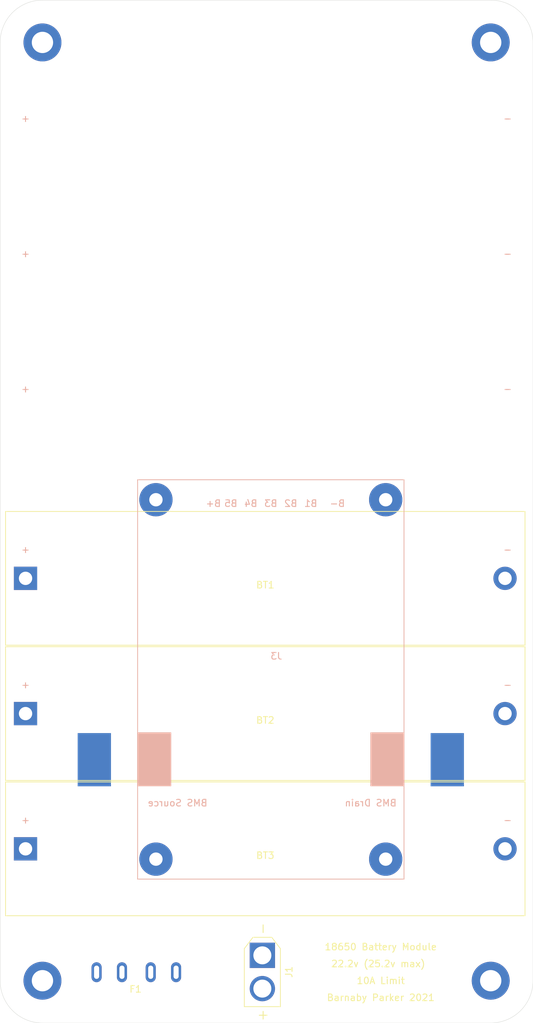
<source format=kicad_pcb>
(kicad_pcb (version 20171130) (host pcbnew 5.1.10)

  (general
    (thickness 1.6)
    (drawings 24)
    (tracks 0)
    (zones 0)
    (modules 10)
    (nets 9)
  )

  (page A4)
  (layers
    (0 F.Cu signal)
    (31 B.Cu signal)
    (32 B.Adhes user)
    (33 F.Adhes user)
    (34 B.Paste user)
    (35 F.Paste user)
    (36 B.SilkS user)
    (37 F.SilkS user)
    (38 B.Mask user)
    (39 F.Mask user)
    (40 Dwgs.User user)
    (41 Cmts.User user)
    (42 Eco1.User user)
    (43 Eco2.User user)
    (44 Edge.Cuts user)
    (45 Margin user)
    (46 B.CrtYd user)
    (47 F.CrtYd user)
    (48 B.Fab user)
    (49 F.Fab user)
  )

  (setup
    (last_trace_width 0.25)
    (user_trace_width 1)
    (user_trace_width 8)
    (trace_clearance 0.2)
    (zone_clearance 0.508)
    (zone_45_only yes)
    (trace_min 0.2)
    (via_size 0.8)
    (via_drill 0.4)
    (via_min_size 0.4)
    (via_min_drill 0.3)
    (uvia_size 0.3)
    (uvia_drill 0.1)
    (uvias_allowed no)
    (uvia_min_size 0.2)
    (uvia_min_drill 0.1)
    (edge_width 0.05)
    (segment_width 0.2)
    (pcb_text_width 0.3)
    (pcb_text_size 1.5 1.5)
    (mod_edge_width 0.12)
    (mod_text_size 1 1)
    (mod_text_width 0.15)
    (pad_size 1.524 1.524)
    (pad_drill 0.762)
    (pad_to_mask_clearance 0)
    (aux_axis_origin 0 0)
    (visible_elements FFFFFF7F)
    (pcbplotparams
      (layerselection 0x010fc_ffffffff)
      (usegerberextensions false)
      (usegerberattributes true)
      (usegerberadvancedattributes true)
      (creategerberjobfile true)
      (excludeedgelayer true)
      (linewidth 0.100000)
      (plotframeref false)
      (viasonmask false)
      (mode 1)
      (useauxorigin false)
      (hpglpennumber 1)
      (hpglpenspeed 20)
      (hpglpendiameter 15.000000)
      (psnegative false)
      (psa4output false)
      (plotreference true)
      (plotvalue true)
      (plotinvisibletext false)
      (padsonsilk false)
      (subtractmaskfromsilk false)
      (outputformat 1)
      (mirror false)
      (drillshape 0)
      (scaleselection 1)
      (outputdirectory "./"))
  )

  (net 0 "")
  (net 1 BAT_BAL1)
  (net 2 BAT-)
  (net 3 BAT_BAL2)
  (net 4 BAT_BAL4)
  (net 5 BAT_BAL5)
  (net 6 BAT+)
  (net 7 BMS_Source)
  (net 8 "Net-(F1-Pad2)")

  (net_class Default "This is the default net class."
    (clearance 0.2)
    (trace_width 0.25)
    (via_dia 0.8)
    (via_drill 0.4)
    (uvia_dia 0.3)
    (uvia_drill 0.1)
    (add_net BAT+)
    (add_net BAT-)
    (add_net BAT_BAL1)
    (add_net BAT_BAL2)
    (add_net BMS_Source)
    (add_net "Net-(F1-Pad2)")
  )

  (net_class Thicc ""
    (clearance 0.5)
    (trace_width 10)
    (via_dia 0.8)
    (via_drill 0.4)
    (uvia_dia 0.3)
    (uvia_drill 0.1)
  )

  (module BatteryPack:BMS_Board (layer B.Cu) (tedit 615DF054) (tstamp 615D02C4)
    (at 81.28 115.316)
    (path /615ECBBF)
    (fp_text reference J3 (at 0.828 -4.064) (layer B.SilkS)
      (effects (font (size 1 1) (thickness 0.15)) (justify mirror))
    )
    (fp_text value Conn_01x02_Male (at 0.32 -16.256) (layer B.Fab)
      (effects (font (size 1 1) (thickness 0.15)) (justify mirror))
    )
    (fp_poly (pts (xy -15 7.44) (xy -20 7.44) (xy -20 15.44) (xy -15 15.44)) (layer B.SilkS) (width 0.1))
    (fp_poly (pts (xy 20 7.44) (xy 15 7.44) (xy 15 15.44) (xy 20 15.44)) (layer B.SilkS) (width 0.1))
    (fp_line (start 20 29.44) (end -20 29.44) (layer B.SilkS) (width 0.12))
    (fp_line (start 20 -30.56) (end 20 29.44) (layer B.SilkS) (width 0.12))
    (fp_line (start -20 -30.56) (end 20 -30.56) (layer B.SilkS) (width 0.12))
    (fp_line (start -20 29.44) (end -20 -30.56) (layer B.SilkS) (width 0.12))
    (fp_text user B- (at 10 -27) (layer B.SilkS)
      (effects (font (size 1 1) (thickness 0.15)) (justify mirror))
    )
    (fp_text user B1 (at 6 -27) (layer B.SilkS)
      (effects (font (size 1 1) (thickness 0.15)) (justify mirror))
    )
    (fp_text user B2 (at 3 -27) (layer B.SilkS)
      (effects (font (size 1 1) (thickness 0.15)) (justify mirror))
    )
    (fp_text user B3 (at 0 -27) (layer B.SilkS)
      (effects (font (size 1 1) (thickness 0.15)) (justify mirror))
    )
    (fp_text user B4 (at -3 -27) (layer B.SilkS)
      (effects (font (size 1 1) (thickness 0.15)) (justify mirror))
    )
    (fp_text user B5 (at -6 -27) (layer B.SilkS)
      (effects (font (size 1 1) (thickness 0.15)) (justify mirror))
    )
    (fp_text user "B+ " (at -9 -27 unlocked) (layer B.SilkS)
      (effects (font (size 1 1) (thickness 0.15)) (justify mirror))
    )
    (fp_text user "BMS Drain" (at 15 18) (layer B.SilkS)
      (effects (font (size 1 1) (thickness 0.15)) (justify mirror))
    )
    (fp_text user "BMS Source" (at -14 18) (layer B.SilkS)
      (effects (font (size 1 1) (thickness 0.15)) (justify mirror))
    )
    (pad 2 smd rect (at 26.5 11.5) (size 5 8) (layers B.Cu B.Paste B.Mask)
      (net 2 BAT-))
    (pad 1 smd rect (at -26.5 11.5) (size 5 8) (layers B.Cu B.Paste B.Mask)
      (net 7 BMS_Source))
    (pad "" thru_hole circle (at -17.25 -27.56) (size 5 5) (drill 2) (layers *.Cu *.Mask))
    (pad "" thru_hole circle (at 17.25 -27.56) (size 5 5) (drill 2) (layers *.Cu *.Mask))
    (pad "" thru_hole circle (at 17.25 26.44) (size 5 5) (drill 2) (layers *.Cu *.Mask))
    (pad "" thru_hole circle (at -17.25 26.44) (size 5 5) (drill 2) (layers *.Cu *.Mask))
  )

  (module MountingHole:MountingHole_3.2mm_M3_ISO7380_Pad (layer F.Cu) (tedit 56D1B4CB) (tstamp 615DECBC)
    (at 114.3 19.05)
    (descr "Mounting Hole 3.2mm, M3, ISO7380")
    (tags "mounting hole 3.2mm m3 iso7380")
    (attr virtual)
    (fp_text reference REF** (at 0 -3.85) (layer F.SilkS) hide
      (effects (font (size 1 1) (thickness 0.15)))
    )
    (fp_text value mh2 (at 0 3.85) (layer F.Fab)
      (effects (font (size 1 1) (thickness 0.15)))
    )
    (fp_circle (center 0 0) (end 3.1 0) (layer F.CrtYd) (width 0.05))
    (fp_circle (center 0 0) (end 2.85 0) (layer Cmts.User) (width 0.15))
    (fp_text user %R (at 0.3 0) (layer F.Fab)
      (effects (font (size 1 1) (thickness 0.15)))
    )
    (pad 1 thru_hole circle (at 0 0) (size 5.7 5.7) (drill 3.2) (layers *.Cu *.Mask))
  )

  (module MountingHole:MountingHole_3.2mm_M3_ISO7380_Pad (layer F.Cu) (tedit 56D1B4CB) (tstamp 615DECB5)
    (at 46.99 19.05)
    (descr "Mounting Hole 3.2mm, M3, ISO7380")
    (tags "mounting hole 3.2mm m3 iso7380")
    (attr virtual)
    (fp_text reference REF** (at 0 -3.85) (layer F.SilkS) hide
      (effects (font (size 1 1) (thickness 0.15)))
    )
    (fp_text value mh1 (at 0 3.85) (layer F.Fab)
      (effects (font (size 1 1) (thickness 0.15)))
    )
    (fp_circle (center 0 0) (end 3.1 0) (layer F.CrtYd) (width 0.05))
    (fp_circle (center 0 0) (end 2.85 0) (layer Cmts.User) (width 0.15))
    (fp_text user %R (at 0.3 0) (layer F.Fab)
      (effects (font (size 1 1) (thickness 0.15)))
    )
    (pad 1 thru_hole circle (at 0 0) (size 5.7 5.7) (drill 3.2) (layers *.Cu *.Mask))
  )

  (module Connector_AMASS:AMASS_XT30U-M_1x02_P5.0mm_Vertical (layer F.Cu) (tedit 5C8E9CCA) (tstamp 615CF5E2)
    (at 80.01 156.21 270)
    (descr "Connector XT30 Vertical Cable Male, https://www.tme.eu/en/Document/3cbfa5cfa544d79584972dd5234a409e/XT30U%20SPEC.pdf")
    (tags "RC Connector XT30")
    (path /615DD5DB)
    (fp_text reference J1 (at 2.5 -4 90) (layer F.SilkS)
      (effects (font (size 1 1) (thickness 0.15)))
    )
    (fp_text value Conn_01x02_Male (at 2.5 4 90) (layer F.Fab)
      (effects (font (size 1 1) (thickness 0.15)))
    )
    (fp_line (start -3.1 1.8) (end -1.4 3.1) (layer F.CrtYd) (width 0.05))
    (fp_line (start -3.1 -1.8) (end -1.4 -3.1) (layer F.CrtYd) (width 0.05))
    (fp_line (start -1.4 3.1) (end 8.1 3.1) (layer F.CrtYd) (width 0.05))
    (fp_line (start -3.1 -1.8) (end -3.1 1.8) (layer F.CrtYd) (width 0.05))
    (fp_line (start 8.1 -3.1) (end 8.1 3.1) (layer F.CrtYd) (width 0.05))
    (fp_line (start -1.4 -3.1) (end 8.1 -3.1) (layer F.CrtYd) (width 0.05))
    (fp_line (start -2.71 -1.41) (end -2.71 1.41) (layer F.SilkS) (width 0.12))
    (fp_line (start -2.71 1.41) (end -1.01 2.71) (layer F.SilkS) (width 0.12))
    (fp_line (start -2.71 -1.41) (end -1.01 -2.71) (layer F.SilkS) (width 0.12))
    (fp_line (start -1.01 2.71) (end 7.71 2.71) (layer F.SilkS) (width 0.12))
    (fp_line (start 7.71 -2.71) (end 7.71 2.71) (layer F.SilkS) (width 0.12))
    (fp_line (start -1.01 -2.71) (end 7.71 -2.71) (layer F.SilkS) (width 0.12))
    (fp_line (start -2.6 1.3) (end -0.9 2.6) (layer F.Fab) (width 0.1))
    (fp_line (start -2.6 -1.3) (end -0.9 -2.6) (layer F.Fab) (width 0.1))
    (fp_line (start -0.9 2.6) (end 7.6 2.6) (layer F.Fab) (width 0.1))
    (fp_line (start -0.9 -2.6) (end 7.6 -2.6) (layer F.Fab) (width 0.1))
    (fp_line (start 7.6 -2.6) (end 7.6 2.6) (layer F.Fab) (width 0.1))
    (fp_line (start -2.6 -1.3) (end -2.6 1.3) (layer F.Fab) (width 0.1))
    (fp_text user - (at -4 0 90) (layer F.SilkS)
      (effects (font (size 1.5 1.5) (thickness 0.15)))
    )
    (fp_text user + (at 9 0 90) (layer F.SilkS)
      (effects (font (size 1.5 1.5) (thickness 0.15)))
    )
    (fp_text user %R (at 2.5 0 90) (layer F.Fab)
      (effects (font (size 1 1) (thickness 0.15)))
    )
    (pad 2 thru_hole circle (at 5 0 270) (size 3.8 3.8) (drill 2.7) (layers *.Cu *.Mask)
      (net 8 "Net-(F1-Pad2)"))
    (pad 1 thru_hole rect (at 0 0 270) (size 3.8 3.8) (drill 2.7) (layers *.Cu *.Mask)
      (net 7 BMS_Source))
    (model ${KISYS3DMOD}/Connector_AMASS.3dshapes/AMASS_XT30U-M_1x02_P5.0mm_Vertical.wrl
      (at (xyz 0 0 0))
      (scale (xyz 1 1 1))
      (rotate (xyz 0 0 0))
    )
  )

  (module "BatteryPack:Spade Fuse Holder" (layer F.Cu) (tedit 615C9A85) (tstamp 615CF5C7)
    (at 60.96 158.75)
    (path /615CF897)
    (fp_text reference F1 (at 0 2.54) (layer F.SilkS)
      (effects (font (size 1 1) (thickness 0.15)))
    )
    (fp_text value Fuse (at 0 -2.54) (layer F.Fab)
      (effects (font (size 1 1) (thickness 0.15)))
    )
    (pad 2 thru_hole oval (at 6.096 0) (size 1.524 3) (drill oval 0.762 2) (layers *.Cu *.Mask)
      (net 8 "Net-(F1-Pad2)"))
    (pad 2 thru_hole oval (at 2.286 0) (size 1.524 3) (drill oval 0.762 2) (layers *.Cu *.Mask)
      (net 8 "Net-(F1-Pad2)"))
    (pad 1 thru_hole oval (at -5.842 0) (size 1.524 3) (drill oval 0.762 2) (layers *.Cu *.Mask)
      (net 6 BAT+))
    (pad 1 thru_hole oval (at -2.032 0) (size 1.524 3) (drill oval 0.762 2) (layers *.Cu *.Mask)
      (net 6 BAT+))
  )

  (module Battery:BatteryHolder_MPD_BH-18650-PC2 (layer F.Cu) (tedit 5C1007C1) (tstamp 615CF580)
    (at 44.45 140.208)
    (descr "18650 Battery Holder (http://www.memoryprotectiondevices.com/datasheets/BK-18650-PC2-datasheet.pdf)")
    (tags "18650 Battery Holder")
    (path /615CA9DB)
    (fp_text reference BT3 (at 36 1) (layer F.SilkS)
      (effects (font (size 1 1) (thickness 0.15)))
    )
    (fp_text value Battery_Cell (at 36 -0.8) (layer F.Fab)
      (effects (font (size 1 1) (thickness 0.15)))
    )
    (fp_line (start -3.2 -10.25) (end 75.2 -10.25) (layer F.CrtYd) (width 0.05))
    (fp_line (start 75.2 -10.25) (end 75.2 10.25) (layer F.CrtYd) (width 0.05))
    (fp_line (start 75.2 10.25) (end -3.2 10.25) (layer F.CrtYd) (width 0.05))
    (fp_line (start -3.2 10.25) (end -3.2 -10.25) (layer F.CrtYd) (width 0.05))
    (fp_line (start -2.8 -9.85) (end 74.8 -9.85) (layer F.Fab) (width 0.1))
    (fp_line (start 74.8 -9.85) (end 74.8 9.85) (layer F.Fab) (width 0.1))
    (fp_line (start 74.8 9.85) (end -2.8 9.85) (layer F.Fab) (width 0.1))
    (fp_line (start -2.8 9.85) (end -2.8 -9.85) (layer F.Fab) (width 0.1))
    (fp_line (start -3 -10.05) (end 75 -10.05) (layer F.SilkS) (width 0.12))
    (fp_line (start 75 -10.05) (end 75 10.05) (layer F.SilkS) (width 0.12))
    (fp_line (start 75 10.05) (end -3 10.05) (layer F.SilkS) (width 0.12))
    (fp_line (start -3 10.05) (end -3 -10.05) (layer F.SilkS) (width 0.12))
    (fp_text user %R (at 36 -2.4) (layer F.Fab)
      (effects (font (size 1 1) (thickness 0.15)))
    )
    (pad "" np_thru_hole circle (at 64.255 0) (size 3.2 3.2) (drill 3.2) (layers *.Cu *.Mask))
    (pad "" np_thru_hole circle (at 8.645 0) (size 3.2 3.2) (drill 3.2) (layers *.Cu *.Mask))
    (pad 1 thru_hole rect (at 0 0) (size 3.5 3.5) (drill 2) (layers *.Cu *.Mask)
      (net 6 BAT+))
    (pad 2 thru_hole circle (at 72 0) (size 3.5 3.5) (drill 2) (layers *.Cu *.Mask)
      (net 3 BAT_BAL2))
    (model ${KISYS3DMOD}/Battery.3dshapes/BatteryHolder_MPD_BH-18650-PC2.wrl
      (at (xyz 0 0 0))
      (scale (xyz 1 1 1))
      (rotate (xyz 0 0 0))
    )
  )

  (module Battery:BatteryHolder_MPD_BH-18650-PC2 (layer F.Cu) (tedit 5C1007C1) (tstamp 615CF56B)
    (at 44.45 119.888)
    (descr "18650 Battery Holder (http://www.memoryprotectiondevices.com/datasheets/BK-18650-PC2-datasheet.pdf)")
    (tags "18650 Battery Holder")
    (path /615CAD7C)
    (fp_text reference BT2 (at 36 1) (layer F.SilkS)
      (effects (font (size 1 1) (thickness 0.15)))
    )
    (fp_text value Battery_Cell (at 36 -0.8) (layer F.Fab)
      (effects (font (size 1 1) (thickness 0.15)))
    )
    (fp_line (start -3.2 -10.25) (end 75.2 -10.25) (layer F.CrtYd) (width 0.05))
    (fp_line (start 75.2 -10.25) (end 75.2 10.25) (layer F.CrtYd) (width 0.05))
    (fp_line (start 75.2 10.25) (end -3.2 10.25) (layer F.CrtYd) (width 0.05))
    (fp_line (start -3.2 10.25) (end -3.2 -10.25) (layer F.CrtYd) (width 0.05))
    (fp_line (start -2.8 -9.85) (end 74.8 -9.85) (layer F.Fab) (width 0.1))
    (fp_line (start 74.8 -9.85) (end 74.8 9.85) (layer F.Fab) (width 0.1))
    (fp_line (start 74.8 9.85) (end -2.8 9.85) (layer F.Fab) (width 0.1))
    (fp_line (start -2.8 9.85) (end -2.8 -9.85) (layer F.Fab) (width 0.1))
    (fp_line (start -3 -10.05) (end 75 -10.05) (layer F.SilkS) (width 0.12))
    (fp_line (start 75 -10.05) (end 75 10.05) (layer F.SilkS) (width 0.12))
    (fp_line (start 75 10.05) (end -3 10.05) (layer F.SilkS) (width 0.12))
    (fp_line (start -3 10.05) (end -3 -10.05) (layer F.SilkS) (width 0.12))
    (fp_text user %R (at 36 -2.4) (layer F.Fab)
      (effects (font (size 1 1) (thickness 0.15)))
    )
    (pad "" np_thru_hole circle (at 64.255 0) (size 3.2 3.2) (drill 3.2) (layers *.Cu *.Mask))
    (pad "" np_thru_hole circle (at 8.645 0) (size 3.2 3.2) (drill 3.2) (layers *.Cu *.Mask))
    (pad 1 thru_hole rect (at 0 0) (size 3.5 3.5) (drill 2) (layers *.Cu *.Mask)
      (net 3 BAT_BAL2))
    (pad 2 thru_hole circle (at 72 0) (size 3.5 3.5) (drill 2) (layers *.Cu *.Mask)
      (net 1 BAT_BAL1))
    (model ${KISYS3DMOD}/Battery.3dshapes/BatteryHolder_MPD_BH-18650-PC2.wrl
      (at (xyz 0 0 0))
      (scale (xyz 1 1 1))
      (rotate (xyz 0 0 0))
    )
  )

  (module Battery:BatteryHolder_MPD_BH-18650-PC2 (layer F.Cu) (tedit 5C1007C1) (tstamp 615CF556)
    (at 44.45 99.568)
    (descr "18650 Battery Holder (http://www.memoryprotectiondevices.com/datasheets/BK-18650-PC2-datasheet.pdf)")
    (tags "18650 Battery Holder")
    (path /615CB1A0)
    (fp_text reference BT1 (at 36 1) (layer F.SilkS)
      (effects (font (size 1 1) (thickness 0.15)))
    )
    (fp_text value Battery_Cell (at 36 -0.8) (layer F.Fab)
      (effects (font (size 1 1) (thickness 0.15)))
    )
    (fp_line (start -3.2 -10.25) (end 75.2 -10.25) (layer F.CrtYd) (width 0.05))
    (fp_line (start 75.2 -10.25) (end 75.2 10.25) (layer F.CrtYd) (width 0.05))
    (fp_line (start 75.2 10.25) (end -3.2 10.25) (layer F.CrtYd) (width 0.05))
    (fp_line (start -3.2 10.25) (end -3.2 -10.25) (layer F.CrtYd) (width 0.05))
    (fp_line (start -2.8 -9.85) (end 74.8 -9.85) (layer F.Fab) (width 0.1))
    (fp_line (start 74.8 -9.85) (end 74.8 9.85) (layer F.Fab) (width 0.1))
    (fp_line (start 74.8 9.85) (end -2.8 9.85) (layer F.Fab) (width 0.1))
    (fp_line (start -2.8 9.85) (end -2.8 -9.85) (layer F.Fab) (width 0.1))
    (fp_line (start -3 -10.05) (end 75 -10.05) (layer F.SilkS) (width 0.12))
    (fp_line (start 75 -10.05) (end 75 10.05) (layer F.SilkS) (width 0.12))
    (fp_line (start 75 10.05) (end -3 10.05) (layer F.SilkS) (width 0.12))
    (fp_line (start -3 10.05) (end -3 -10.05) (layer F.SilkS) (width 0.12))
    (fp_text user %R (at 36 -2.4) (layer F.Fab)
      (effects (font (size 1 1) (thickness 0.15)))
    )
    (pad "" np_thru_hole circle (at 64.255 0) (size 3.2 3.2) (drill 3.2) (layers *.Cu *.Mask))
    (pad "" np_thru_hole circle (at 8.645 0) (size 3.2 3.2) (drill 3.2) (layers *.Cu *.Mask))
    (pad 1 thru_hole rect (at 0 0) (size 3.5 3.5) (drill 2) (layers *.Cu *.Mask)
      (net 1 BAT_BAL1))
    (pad 2 thru_hole circle (at 72 0) (size 3.5 3.5) (drill 2) (layers *.Cu *.Mask)
      (net 2 BAT-))
    (model ${KISYS3DMOD}/Battery.3dshapes/BatteryHolder_MPD_BH-18650-PC2.wrl
      (at (xyz 0 0 0))
      (scale (xyz 1 1 1))
      (rotate (xyz 0 0 0))
    )
  )

  (module MountingHole:MountingHole_3.2mm_M3_ISO7380_Pad (layer F.Cu) (tedit 56D1B4CB) (tstamp 61553715)
    (at 114.3 160.02)
    (descr "Mounting Hole 3.2mm, M3, ISO7380")
    (tags "mounting hole 3.2mm m3 iso7380")
    (attr virtual)
    (fp_text reference REF** (at 0 -3.85) (layer F.SilkS) hide
      (effects (font (size 1 1) (thickness 0.15)))
    )
    (fp_text value mh2 (at 0 3.85) (layer F.Fab)
      (effects (font (size 1 1) (thickness 0.15)))
    )
    (fp_circle (center 0 0) (end 3.1 0) (layer F.CrtYd) (width 0.05))
    (fp_circle (center 0 0) (end 2.85 0) (layer Cmts.User) (width 0.15))
    (fp_text user %R (at 0.3 0) (layer F.Fab)
      (effects (font (size 1 1) (thickness 0.15)))
    )
    (pad 1 thru_hole circle (at 0 0) (size 5.7 5.7) (drill 3.2) (layers *.Cu *.Mask))
  )

  (module MountingHole:MountingHole_3.2mm_M3_ISO7380_Pad (layer F.Cu) (tedit 56D1B4CB) (tstamp 6155366F)
    (at 46.99 160.02)
    (descr "Mounting Hole 3.2mm, M3, ISO7380")
    (tags "mounting hole 3.2mm m3 iso7380")
    (attr virtual)
    (fp_text reference REF** (at 0 -3.85) (layer F.SilkS) hide
      (effects (font (size 1 1) (thickness 0.15)))
    )
    (fp_text value mh1 (at 0 3.85) (layer F.Fab)
      (effects (font (size 1 1) (thickness 0.15)))
    )
    (fp_circle (center 0 0) (end 3.1 0) (layer F.CrtYd) (width 0.05))
    (fp_circle (center 0 0) (end 2.85 0) (layer Cmts.User) (width 0.15))
    (fp_text user %R (at 0.3 0) (layer F.Fab)
      (effects (font (size 1 1) (thickness 0.15)))
    )
    (pad 1 thru_hole circle (at 0 0) (size 5.7 5.7) (drill 3.2) (layers *.Cu *.Mask))
  )

  (gr_arc (start 114.3 160.02) (end 114.3 166.37) (angle -90) (layer Edge.Cuts) (width 0.05))
  (gr_arc (start 46.99 160.02) (end 40.64 160.02) (angle -90) (layer Edge.Cuts) (width 0.05))
  (gr_arc (start 46.99 19.05) (end 46.99 12.7) (angle -90) (layer Edge.Cuts) (width 0.05))
  (gr_arc (start 114.3 19.05) (end 120.65 19.05) (angle -90) (layer Edge.Cuts) (width 0.05))
  (gr_text "Barnaby Parker 2021" (at 97.79 162.56) (layer F.SilkS)
    (effects (font (size 1 1) (thickness 0.15)))
  )
  (gr_text "10A Limit" (at 97.79 160.02) (layer F.SilkS)
    (effects (font (size 1 1) (thickness 0.15)))
  )
  (gr_text "22.2v (25.2v max) " (at 97.79 157.48) (layer F.SilkS)
    (effects (font (size 1 1) (thickness 0.15)))
  )
  (gr_text "18650 Battery Module" (at 97.79 154.94) (layer F.SilkS)
    (effects (font (size 1 1) (thickness 0.15)))
  )
  (gr_text - (at 116.84 135.89) (layer B.SilkS) (tstamp 615DFC62)
    (effects (font (size 1 1) (thickness 0.15)))
  )
  (gr_text + (at 44.45 135.89) (layer B.SilkS) (tstamp 615DFC61)
    (effects (font (size 1 1) (thickness 0.15)))
  )
  (gr_text - (at 116.84 115.57) (layer B.SilkS) (tstamp 615DFC62)
    (effects (font (size 1 1) (thickness 0.15)))
  )
  (gr_text + (at 44.45 115.57) (layer B.SilkS) (tstamp 615DFC61)
    (effects (font (size 1 1) (thickness 0.15)))
  )
  (gr_text - (at 116.84 95.25) (layer B.SilkS) (tstamp 615DFC62)
    (effects (font (size 1 1) (thickness 0.15)))
  )
  (gr_text + (at 44.45 95.25) (layer B.SilkS) (tstamp 615DFC61)
    (effects (font (size 1 1) (thickness 0.15)))
  )
  (gr_text - (at 116.84 71.12) (layer B.SilkS) (tstamp 615DFC62)
    (effects (font (size 1 1) (thickness 0.15)))
  )
  (gr_text + (at 44.45 71.12) (layer B.SilkS) (tstamp 615DFC61)
    (effects (font (size 1 1) (thickness 0.15)))
  )
  (gr_text - (at 116.84 50.8) (layer B.SilkS) (tstamp 615DFC62)
    (effects (font (size 1 1) (thickness 0.15)))
  )
  (gr_text + (at 44.45 50.8) (layer B.SilkS) (tstamp 615DFC61)
    (effects (font (size 1 1) (thickness 0.15)))
  )
  (gr_text - (at 116.84 30.48) (layer B.SilkS)
    (effects (font (size 1 1) (thickness 0.15)))
  )
  (gr_text + (at 44.45 30.48) (layer B.SilkS)
    (effects (font (size 1 1) (thickness 0.15)))
  )
  (gr_line (start 114.3 166.37) (end 46.99 166.37) (layer Edge.Cuts) (width 0.05) (tstamp 615D15C4))
  (gr_line (start 40.64 160.02) (end 40.64 19.05) (layer Edge.Cuts) (width 0.05))
  (gr_line (start 120.65 19.05) (end 120.65 160.02) (layer Edge.Cuts) (width 0.05))
  (gr_line (start 46.99 12.7) (end 114.3 12.7) (layer Edge.Cuts) (width 0.05))

  (zone (net 4) (net_name BAT_BAL4) (layer F.Cu) (tstamp 614FF014) (hatch edge 0.508)
    (connect_pads (clearance 0.508))
    (min_thickness 0.254)
    (fill (arc_segments 32) (thermal_gap 0.508) (thermal_bridge_width 1.5) (smoothing fillet) (radius 3))
    (polygon
      (pts
        (xy 119.38 129.54) (xy 41.91 109.22) (xy 41.91 90.17) (xy 119.38 110.49)
      )
    )
  )
  (zone (net 5) (net_name BAT_BAL5) (layer F.Cu) (tstamp 614FF014) (hatch edge 0.508)
    (connect_pads (clearance 0.508))
    (min_thickness 0.254)
    (fill (arc_segments 32) (thermal_gap 0.508) (thermal_bridge_width 1.5) (smoothing fillet) (radius 3))
    (polygon
      (pts
        (xy 119.38 149.86) (xy 41.91 129.54) (xy 41.91 110.49) (xy 119.38 130.81)
      )
    )
  )
  (zone (net 2) (net_name BAT-) (layer B.Cu) (tstamp 0) (hatch edge 0.508)
    (connect_pads (clearance 0.508))
    (min_thickness 0.254)
    (fill (arc_segments 32) (thermal_gap 0.508) (thermal_bridge_width 2) (smoothing chamfer) (radius 1))
    (polygon
      (pts
        (xy 48.26 24.13) (xy 93.98 24.13) (xy 93.98 17.78) (xy 119.38 17.78) (xy 119.38 146.05)
        (xy 86.36 146.05) (xy 60.96 120.65) (xy 48.26 120.65)
      )
    )
  )
  (zone (net 6) (net_name BAT+) (layer B.Cu) (tstamp 0) (hatch edge 0.508)
    (connect_pads yes (clearance 0.25))
    (min_thickness 0.254)
    (fill (arc_segments 32) (thermal_gap 0.25) (thermal_bridge_width 0.8) (smoothing chamfer) (radius 1))
    (polygon
      (pts
        (xy 60.706 148.59) (xy 60.706 165.1) (xy 45.72 165.1) (xy 41.91 161.29) (xy 41.91 133.35)
        (xy 45.72 133.35)
      )
    )
  )
  (zone (net 7) (net_name BMS_Source) (layer B.Cu) (tstamp 0) (hatch edge 0.508)
    (connect_pads (clearance 1))
    (min_thickness 0.254)
    (fill (arc_segments 32) (thermal_gap 0.25) (thermal_bridge_width 2) (smoothing chamfer) (radius 1))
    (polygon
      (pts
        (xy 85.09 146.05) (xy 85.09 158.242) (xy 74.93 158.242) (xy 74.93 148.59) (xy 63.5 148.59)
        (xy 44.45 129.54) (xy 44.45 121.92) (xy 60.96 121.92)
      )
    )
  )
  (zone (net 8) (net_name "Net-(F1-Pad2)") (layer B.Cu) (tstamp 0) (hatch edge 0.508)
    (connect_pads yes (clearance 0.25))
    (min_thickness 0.254)
    (fill (arc_segments 32) (thermal_gap 0.25) (thermal_bridge_width 0.8) (smoothing chamfer) (radius 1))
    (polygon
      (pts
        (xy 73.66 159.004) (xy 85.09 159.004) (xy 85.09 165.1) (xy 61.214 165.1) (xy 61.214 149.86)
        (xy 73.66 149.86)
      )
    )
  )
)

</source>
